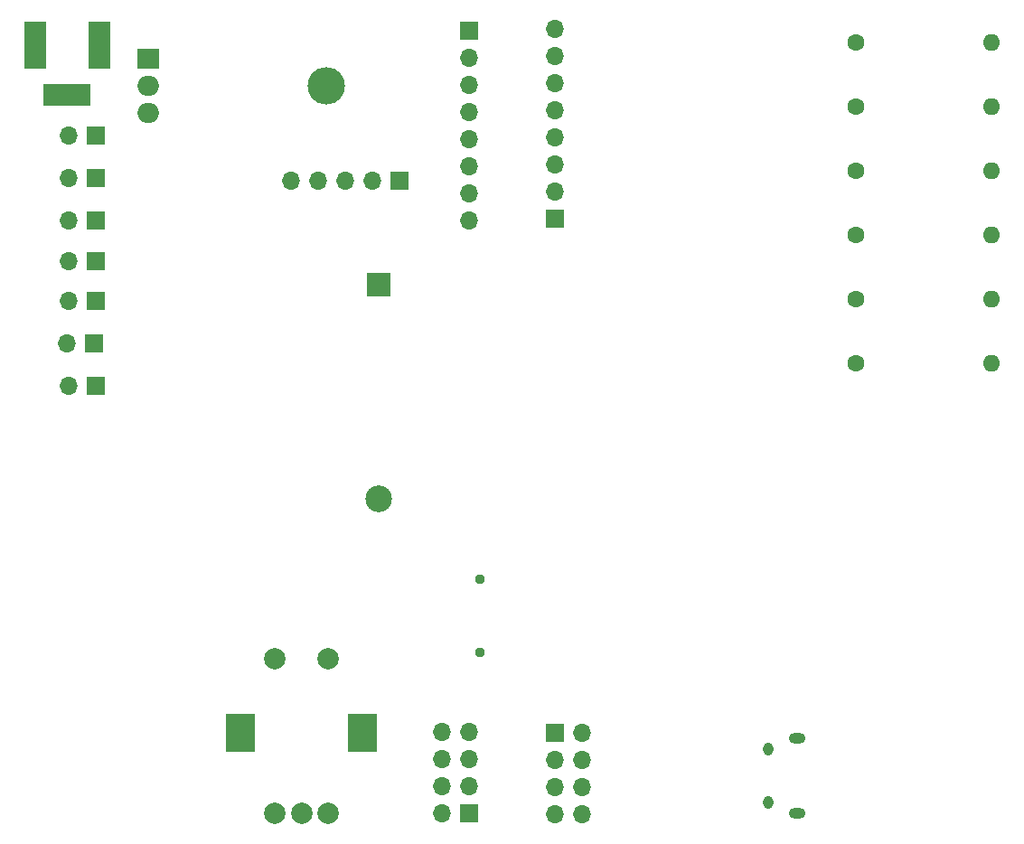
<source format=gbr>
%TF.GenerationSoftware,KiCad,Pcbnew,(5.1.8)-1*%
%TF.CreationDate,2020-12-09T14:15:50+00:00*%
%TF.ProjectId,Project,50726f6a-6563-4742-9e6b-696361645f70,rev?*%
%TF.SameCoordinates,Original*%
%TF.FileFunction,Soldermask,Bot*%
%TF.FilePolarity,Negative*%
%FSLAX46Y46*%
G04 Gerber Fmt 4.6, Leading zero omitted, Abs format (unit mm)*
G04 Created by KiCad (PCBNEW (5.1.8)-1) date 2020-12-09 14:15:50*
%MOMM*%
%LPD*%
G01*
G04 APERTURE LIST*
%ADD10R,1.700000X1.700000*%
%ADD11O,1.700000X1.700000*%
%ADD12O,0.950000X1.250000*%
%ADD13O,1.550000X1.000000*%
%ADD14R,2.800000X3.600000*%
%ADD15C,2.000000*%
%ADD16R,2.170000X2.170000*%
%ADD17C,2.500000*%
%ADD18C,0.950000*%
%ADD19R,4.500000X2.000000*%
%ADD20R,2.000000X4.500000*%
%ADD21O,3.500000X3.500000*%
%ADD22R,2.000000X1.905000*%
%ADD23O,2.000000X1.905000*%
%ADD24O,1.600000X1.600000*%
%ADD25C,1.600000*%
G04 APERTURE END LIST*
D10*
%TO.C,J14*%
X146000000Y-51780000D03*
D11*
X146000000Y-49240000D03*
X146000000Y-46700000D03*
X146000000Y-44160000D03*
X146000000Y-41620000D03*
X146000000Y-39080000D03*
X146000000Y-36540000D03*
X146000000Y-34000000D03*
%TD*%
D10*
%TO.C,J4*%
X146000000Y-100000000D03*
D11*
X148540000Y-100000000D03*
X146000000Y-102540000D03*
X148540000Y-102540000D03*
X146000000Y-105080000D03*
X148540000Y-105080000D03*
X146000000Y-107620000D03*
X148540000Y-107620000D03*
%TD*%
D12*
%TO.C,J1*%
X166000000Y-101500000D03*
X166000000Y-106500000D03*
D13*
X168700000Y-107500000D03*
X168700000Y-100500000D03*
%TD*%
D14*
%TO.C,S1*%
X128000000Y-100000000D03*
X116600000Y-100000000D03*
D15*
X124800000Y-93000000D03*
X119800000Y-93000000D03*
X124800000Y-107500000D03*
X122300000Y-107500000D03*
X119800000Y-107500000D03*
%TD*%
D16*
%TO.C,BT1*%
X129500000Y-58000000D03*
D17*
X129500000Y-78000000D03*
%TD*%
D18*
%TO.C,J3*%
X139000000Y-92400000D03*
X139000000Y-85600000D03*
%TD*%
D19*
%TO.C,J2*%
X100330000Y-40200000D03*
D20*
X103330000Y-35500000D03*
X97330000Y-35500000D03*
%TD*%
D11*
%TO.C,J6*%
X100460000Y-44000000D03*
D10*
X103000000Y-44000000D03*
%TD*%
%TO.C,J7*%
X103000000Y-48000000D03*
D11*
X100460000Y-48000000D03*
%TD*%
D10*
%TO.C,J8*%
X103000000Y-52000000D03*
D11*
X100460000Y-52000000D03*
%TD*%
%TO.C,J9*%
X100460000Y-55750000D03*
D10*
X103000000Y-55750000D03*
%TD*%
%TO.C,J10*%
X103000000Y-59500000D03*
D11*
X100460000Y-59500000D03*
%TD*%
%TO.C,J11*%
X100330000Y-63500000D03*
D10*
X102870000Y-63500000D03*
%TD*%
%TO.C,J12*%
X103000000Y-67500000D03*
D11*
X100460000Y-67500000D03*
%TD*%
D21*
%TO.C,U2*%
X124610000Y-39370000D03*
D22*
X107950000Y-36830000D03*
D23*
X107950000Y-39370000D03*
X107950000Y-41910000D03*
%TD*%
D10*
%TO.C,J13*%
X131500000Y-48200000D03*
D11*
X128960000Y-48200000D03*
X126420000Y-48200000D03*
X123880000Y-48200000D03*
X121340000Y-48200000D03*
%TD*%
D24*
%TO.C,R18*%
X186900000Y-65300000D03*
D25*
X174200000Y-65300000D03*
%TD*%
%TO.C,R19*%
X174200000Y-59300000D03*
D24*
X186900000Y-59300000D03*
%TD*%
D25*
%TO.C,R20*%
X174200000Y-53300000D03*
D24*
X186900000Y-53300000D03*
%TD*%
%TO.C,R21*%
X186900000Y-47300000D03*
D25*
X174200000Y-47300000D03*
%TD*%
%TO.C,R22*%
X174200000Y-41300000D03*
D24*
X186900000Y-41300000D03*
%TD*%
%TO.C,R23*%
X186900000Y-35300000D03*
D25*
X174200000Y-35300000D03*
%TD*%
D10*
%TO.C,J5*%
X138000000Y-34220000D03*
D11*
X138000000Y-36760000D03*
X138000000Y-39300000D03*
X138000000Y-41840000D03*
X138000000Y-44380000D03*
X138000000Y-46920000D03*
X138000000Y-49460000D03*
X138000000Y-52000000D03*
%TD*%
D10*
%TO.C,J15*%
X138000000Y-107500000D03*
D11*
X135460000Y-107500000D03*
X138000000Y-104960000D03*
X135460000Y-104960000D03*
X138000000Y-102420000D03*
X135460000Y-102420000D03*
X138000000Y-99880000D03*
X135460000Y-99880000D03*
%TD*%
M02*

</source>
